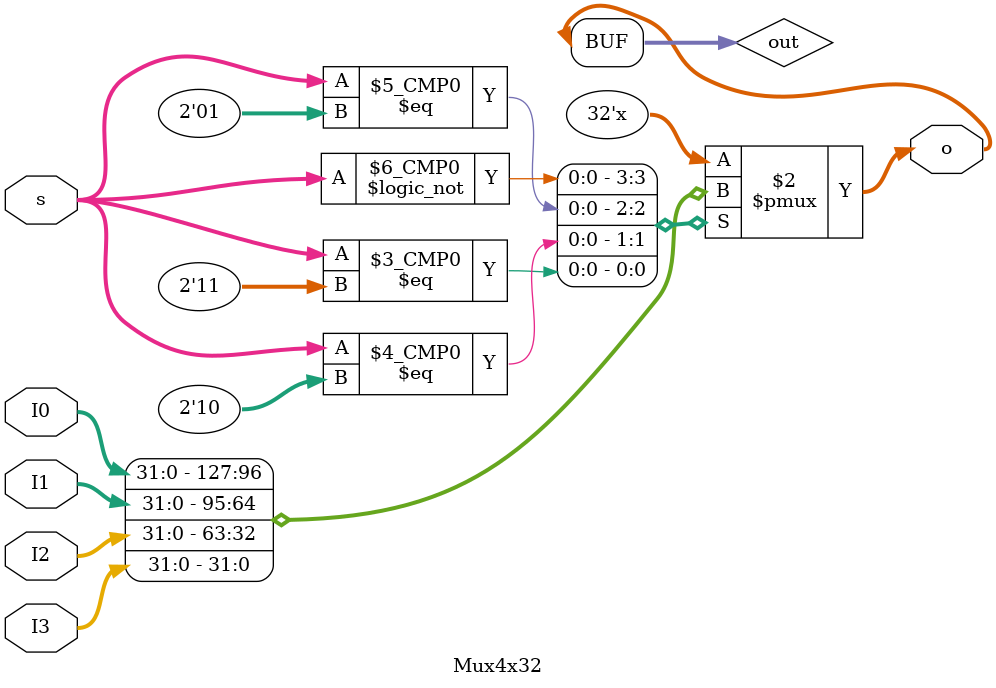
<source format=v>
`timescale 1ns / 1ps

module Mux4x32(
    input   [31:0]  I0,
    input   [31:0]  I1,
    input   [31:0]  I2,
    input   [31:0]  I3,
    input   [1:0]   s,
    output  [31:0]  o
);
    reg [31:0] out;
    always @(*) begin
        case (s)
            2'b00: out <= I0;
            2'b01: out <= I1;
            2'b10: out <= I2;
            2'b11: out <= I3;
        endcase
    end
    assign o = out;
endmodule
</source>
